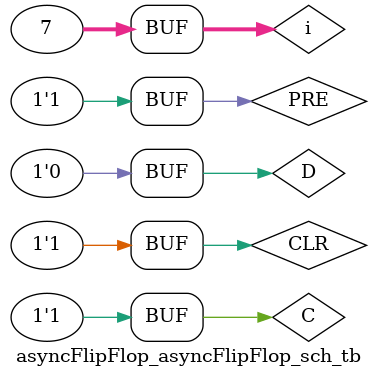
<source format=v>

`timescale 1ns / 1ps

module asyncFlipFlop_asyncFlipFlop_sch_tb();

// Inputs
   reg C;
   reg PRE;
   reg CLR;
   reg D;

// Output
   wire Q;
   wire NotQ;

// Bidirs

// Instantiate the UUT
   asyncFlipFlop UUT (
		.C(C), 
		.PRE(PRE), 
		.CLR(CLR), 
		.D(D), 
		.Q(Q), 
		.NotQ(NotQ)
   );
// Initialize Inputs
	integer i;
   initial begin
	
	PRE = 0; CLR = 0;
	
	for (i = 0; i < 2; i=i+1) begin
		D = i;
		#100;
	end
	
	for (i = 0; i < 7; i=i+1) begin
		{PRE, CLR, D} = i;
		#25;
	end
	
	PRE = 1; CLR = 1;
	end
	
	always begin
		C = 0; #50;
		C = 1; #50;
	end
	
endmodule

</source>
